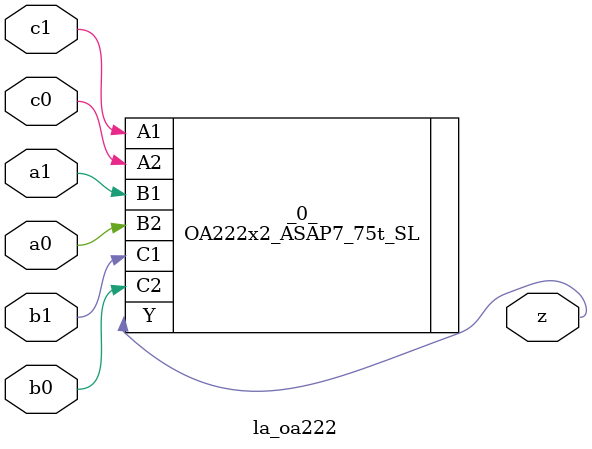
<source format=v>

/* Generated by Yosys 0.44 (git sha1 80ba43d26, g++ 11.4.0-1ubuntu1~22.04 -fPIC -O3) */

(* top =  1  *)
(* src = "generated" *)
(* keep_hierarchy *)
module la_oa222 (
    a0,
    a1,
    b0,
    b1,
    c0,
    c1,
    z
);
  (* src = "generated" *)
  input a0;
  wire a0;
  (* src = "generated" *)
  input a1;
  wire a1;
  (* src = "generated" *)
  input b0;
  wire b0;
  (* src = "generated" *)
  input b1;
  wire b1;
  (* src = "generated" *)
  input c0;
  wire c0;
  (* src = "generated" *)
  input c1;
  wire c1;
  (* src = "generated" *)
  output z;
  wire z;
  OA222x2_ASAP7_75t_SL _0_ (
      .A1(c1),
      .A2(c0),
      .B1(a1),
      .B2(a0),
      .C1(b1),
      .C2(b0),
      .Y (z)
  );
endmodule

</source>
